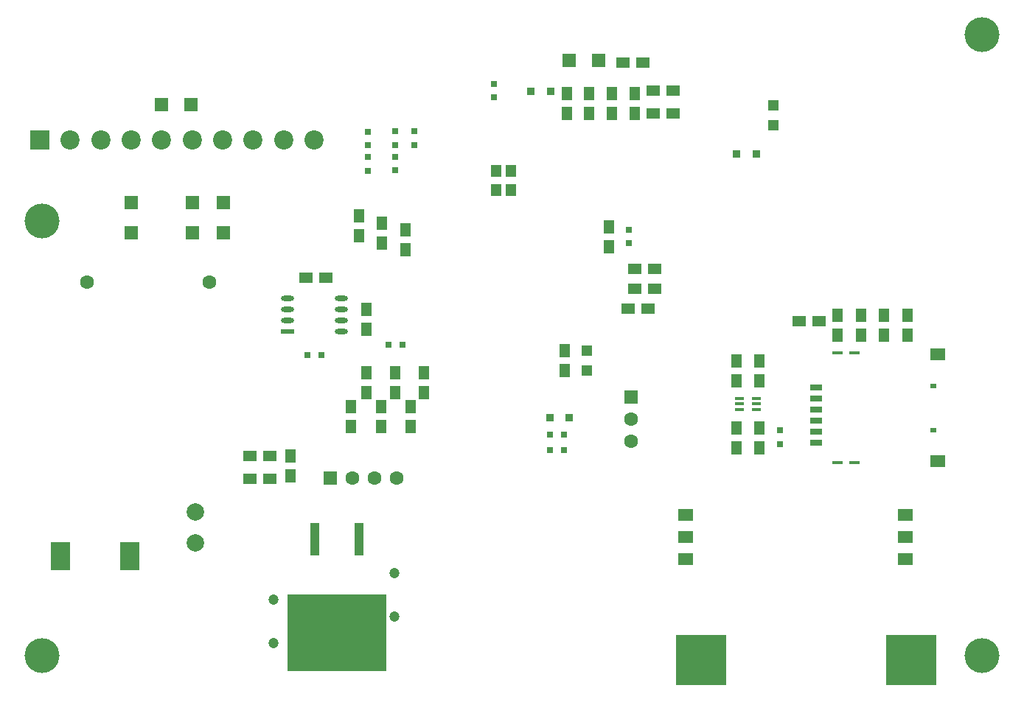
<source format=gbs>
G04 Layer_Color=16711935*
%FSLAX44Y44*%
%MOMM*%
G71*
G01*
G75*
%ADD19R,0.7620X0.7620*%
%ADD29R,0.8300X0.8300*%
%ADD31R,1.5240X1.5240*%
%ADD38R,1.5240X1.5240*%
%ADD44R,1.2700X1.5240*%
%ADD45R,1.5240X1.2700*%
%ADD46R,1.2700X1.2000*%
%ADD60C,4.0000*%
%ADD61C,1.2000*%
%ADD63C,1.6000*%
%ADD65C,2.0000*%
%ADD66R,1.6000X1.6000*%
%ADD68R,5.8000X5.8000*%
%ADD69C,2.2000*%
%ADD70R,2.2000X2.2000*%
%ADD71R,1.6000X1.6000*%
%ADD75R,0.7620X0.7620*%
%ADD76R,1.2000X1.4000*%
%ADD77R,1.8000X1.4000*%
%ADD78O,1.5000X0.6000*%
%ADD79R,1.5000X0.6000*%
%ADD80R,1.0000X0.4000*%
%ADD81R,11.4300X8.8900*%
%ADD82R,1.0500X3.8100*%
%ADD83R,2.2000X3.2000*%
%ADD84R,1.4000X0.6500*%
%ADD85R,1.3000X0.4500*%
%ADD86R,1.7000X1.4000*%
%ADD87R,0.8000X0.5400*%
D19*
X455930Y627000D02*
D03*
Y643000D02*
D03*
X477520Y627000D02*
D03*
Y643000D02*
D03*
X455930Y597790D02*
D03*
Y613790D02*
D03*
X424180Y597410D02*
D03*
Y613410D02*
D03*
Y642620D02*
D03*
Y626620D02*
D03*
X724540Y513970D02*
D03*
Y529970D02*
D03*
X568960Y681610D02*
D03*
Y697610D02*
D03*
X897890Y283465D02*
D03*
Y299465D02*
D03*
D29*
X848030Y617220D02*
D03*
X870280D02*
D03*
X634060Y688975D02*
D03*
X611810D02*
D03*
X633400Y313690D02*
D03*
X655650D02*
D03*
D31*
X187325Y673735D02*
D03*
X221615D02*
D03*
X689610Y724535D02*
D03*
X655320D02*
D03*
D38*
X152400Y526415D02*
D03*
Y560705D02*
D03*
X222880Y560710D02*
D03*
Y526420D02*
D03*
X258450Y560710D02*
D03*
Y526420D02*
D03*
D44*
X405130Y326390D02*
D03*
Y303530D02*
D03*
X422910Y365760D02*
D03*
Y342900D02*
D03*
X439420Y326390D02*
D03*
Y303530D02*
D03*
X455930Y365760D02*
D03*
Y342900D02*
D03*
X473710Y326390D02*
D03*
Y303530D02*
D03*
X678820Y686440D02*
D03*
Y663580D02*
D03*
X704850Y686440D02*
D03*
Y663580D02*
D03*
X730880D02*
D03*
Y686440D02*
D03*
X652780D02*
D03*
Y663580D02*
D03*
X701040Y509900D02*
D03*
Y532760D02*
D03*
X488950Y365760D02*
D03*
Y342900D02*
D03*
X414020Y523240D02*
D03*
Y546100D02*
D03*
X440690Y537210D02*
D03*
Y514350D02*
D03*
X467360Y529590D02*
D03*
Y506730D02*
D03*
X847725Y356235D02*
D03*
Y379095D02*
D03*
X1043940Y408940D02*
D03*
Y431800D02*
D03*
X1017270Y408940D02*
D03*
Y431800D02*
D03*
X990600Y408940D02*
D03*
Y431800D02*
D03*
X963930Y408940D02*
D03*
Y431800D02*
D03*
X874395Y302260D02*
D03*
Y279400D02*
D03*
X847725Y302260D02*
D03*
Y279400D02*
D03*
X874395Y356235D02*
D03*
Y379095D02*
D03*
X335280Y269875D02*
D03*
Y247015D02*
D03*
X422910Y438150D02*
D03*
Y415290D02*
D03*
X650240Y367665D02*
D03*
Y390525D02*
D03*
D45*
X751840Y663580D02*
D03*
X774700D02*
D03*
Y689610D02*
D03*
X751840D02*
D03*
X311780Y269880D02*
D03*
X288920D02*
D03*
X753740Y485140D02*
D03*
X730880D02*
D03*
X730885Y462280D02*
D03*
X753745D02*
D03*
X717550Y721995D02*
D03*
X740410D02*
D03*
X746120Y438790D02*
D03*
X723260D02*
D03*
X288925Y243205D02*
D03*
X311785D02*
D03*
X375920Y474980D02*
D03*
X353060D02*
D03*
X919480Y424810D02*
D03*
X942340D02*
D03*
D46*
X890270Y650240D02*
D03*
Y673100D02*
D03*
X675640Y368300D02*
D03*
Y391160D02*
D03*
D60*
X1130000Y754390D02*
D03*
X50000Y40000D02*
D03*
Y540000D02*
D03*
X1130000Y40000D02*
D03*
D61*
X316230Y54775D02*
D03*
Y104775D02*
D03*
X455295Y135090D02*
D03*
Y85090D02*
D03*
D63*
X242085Y469900D02*
D03*
X102085D02*
D03*
X726440Y312420D02*
D03*
Y287020D02*
D03*
X431800Y244480D02*
D03*
X406400D02*
D03*
X457200D02*
D03*
D65*
X226060Y169740D02*
D03*
Y205740D02*
D03*
D66*
X726440Y337820D02*
D03*
D68*
X1048830Y35120D02*
D03*
X806830D02*
D03*
D69*
X82610Y633090D02*
D03*
X117610D02*
D03*
X152610D02*
D03*
X187610D02*
D03*
X222610D02*
D03*
X257610D02*
D03*
X292610D02*
D03*
X327610D02*
D03*
X362610D02*
D03*
D70*
X47610D02*
D03*
D71*
X381000Y244480D02*
D03*
D75*
X649980Y294640D02*
D03*
X633980D02*
D03*
X463930Y397510D02*
D03*
X447930D02*
D03*
X633985Y276225D02*
D03*
X649985D02*
D03*
X371220Y386080D02*
D03*
X355220D02*
D03*
D76*
X571645Y575535D02*
D03*
Y597535D02*
D03*
X588645Y575535D02*
D03*
Y597535D02*
D03*
D77*
X789035Y201930D02*
D03*
Y176530D02*
D03*
Y151130D02*
D03*
X1042035D02*
D03*
Y176530D02*
D03*
Y201930D02*
D03*
D78*
X394220Y450850D02*
D03*
Y438150D02*
D03*
Y425450D02*
D03*
Y412750D02*
D03*
X332220Y450850D02*
D03*
Y438150D02*
D03*
Y425450D02*
D03*
D79*
Y412750D02*
D03*
D80*
X871060Y323065D02*
D03*
Y329565D02*
D03*
Y336065D02*
D03*
X851060D02*
D03*
Y329565D02*
D03*
Y323065D02*
D03*
D81*
X388620Y66520D02*
D03*
D82*
X414020Y174310D02*
D03*
X363220D02*
D03*
D83*
X71125Y154940D02*
D03*
X151125D02*
D03*
D84*
X939000Y322970D02*
D03*
Y335670D02*
D03*
Y348370D02*
D03*
Y310270D02*
D03*
Y297570D02*
D03*
Y284870D02*
D03*
D85*
X963700Y387820D02*
D03*
X983700D02*
D03*
X963700Y262420D02*
D03*
X983700D02*
D03*
D86*
X1079300Y386220D02*
D03*
Y264020D02*
D03*
D87*
X1073500Y350520D02*
D03*
Y299720D02*
D03*
M02*

</source>
